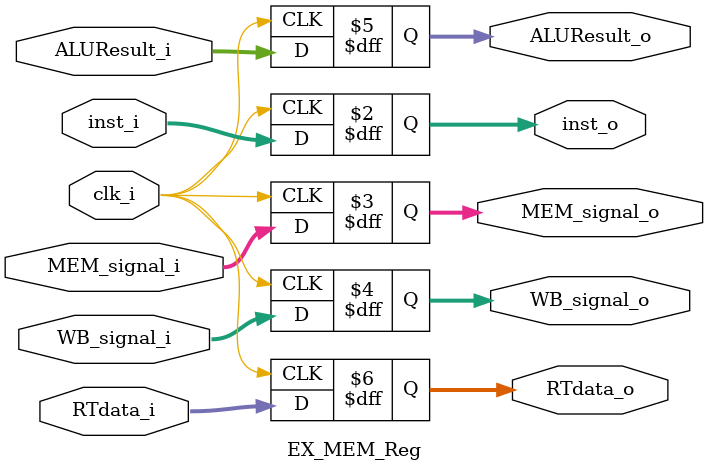
<source format=v>
module EX_MEM_Reg(
    clk_i,
    inst_i,
    MEM_signal_i,
    WB_signal_i,
    ALUResult_i,
    RTdata_i,
    inst_o,
    MEM_signal_o,
    WB_signal_o,
    ALUResult_o,
    RTdata_o,
);

input           clk_i;
input   [31:0]  inst_i;
input   [2:0]   MEM_signal_i;
input   [1:0]   WB_signal_i;
input   [31:0]  ALUResult_i;
input   [31:0]  RTdata_i;
output  reg     [31:0]  inst_o;
output  reg     [2:0]   MEM_signal_o;
output  reg     [1:0]   WB_signal_o;
output  reg     [31:0]  ALUResult_o;
output  reg     [31:0]  RTdata_o;


always@(posedge clk_i) begin
    inst_o <= inst_i;
    MEM_signal_o <= MEM_signal_i;
    WB_signal_o <= WB_signal_i;
    ALUResult_o <= ALUResult_i;
    RTdata_o <= RTdata_i;
end

endmodule
</source>
